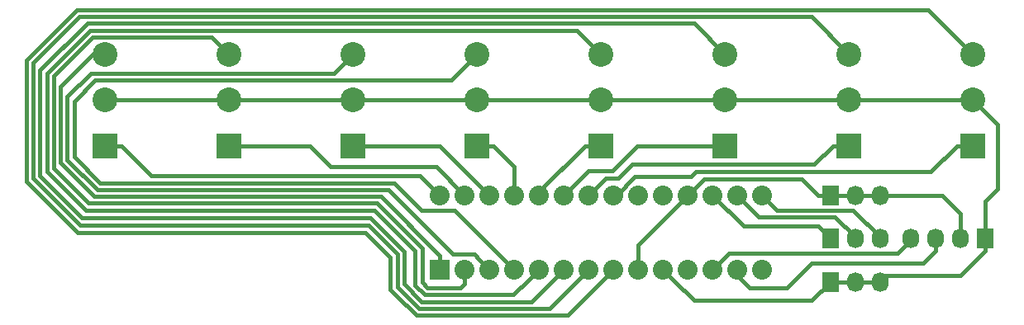
<source format=gbr>
G04 #@! TF.FileFunction,Copper,L2,Bot,Signal*
%FSLAX46Y46*%
G04 Gerber Fmt 4.6, Leading zero omitted, Abs format (unit mm)*
G04 Created by KiCad (PCBNEW 4.0.2-stable) date Friday, 12 August 2016 'pmt' 16:38:06*
%MOMM*%
G01*
G04 APERTURE LIST*
%ADD10C,0.100000*%
%ADD11R,1.727200X2.032000*%
%ADD12O,1.727200X2.032000*%
%ADD13R,2.032000X2.032000*%
%ADD14C,2.032000*%
%ADD15R,2.540000X2.540000*%
%ADD16C,2.540000*%
%ADD17C,0.400000*%
G04 APERTURE END LIST*
D10*
D11*
X213995000Y-91440000D03*
D12*
X216535000Y-91440000D03*
X219075000Y-91440000D03*
D11*
X213995000Y-95885000D03*
D12*
X216535000Y-95885000D03*
X219075000Y-95885000D03*
D11*
X213995000Y-86995000D03*
D12*
X216535000Y-86995000D03*
X219075000Y-86995000D03*
D13*
X173990000Y-94615000D03*
D14*
X176530000Y-94615000D03*
X179070000Y-94615000D03*
X181610000Y-94615000D03*
X184150000Y-94615000D03*
X186690000Y-94615000D03*
X189230000Y-94615000D03*
X191770000Y-94615000D03*
X194310000Y-94615000D03*
X196850000Y-94615000D03*
X199390000Y-94615000D03*
X201930000Y-94615000D03*
X204470000Y-94615000D03*
X207010000Y-94615000D03*
X207010000Y-86995000D03*
X204470000Y-86995000D03*
X201930000Y-86995000D03*
X199390000Y-86995000D03*
X196850000Y-86995000D03*
X194310000Y-86995000D03*
X191770000Y-86995000D03*
X189230000Y-86995000D03*
X186690000Y-86995000D03*
X184150000Y-86995000D03*
X181610000Y-86995000D03*
X179070000Y-86995000D03*
X176530000Y-86995000D03*
X173990000Y-86995000D03*
D15*
X139700000Y-81915000D03*
D16*
X139700000Y-77216000D03*
X139700000Y-72517000D03*
D15*
X165100000Y-81915000D03*
D16*
X165100000Y-77216000D03*
X165100000Y-72517000D03*
D15*
X177800000Y-81915000D03*
D16*
X177800000Y-77216000D03*
X177800000Y-72517000D03*
D15*
X190500000Y-81915000D03*
D16*
X190500000Y-77216000D03*
X190500000Y-72517000D03*
D15*
X203200000Y-81915000D03*
D16*
X203200000Y-77216000D03*
X203200000Y-72517000D03*
D15*
X215900000Y-81915000D03*
D16*
X215900000Y-77216000D03*
X215900000Y-72517000D03*
D15*
X228600000Y-81915000D03*
D16*
X228600000Y-77216000D03*
X228600000Y-72517000D03*
D15*
X152400000Y-81915000D03*
D16*
X152400000Y-77216000D03*
X152400000Y-72517000D03*
D11*
X229870000Y-91440000D03*
D12*
X227330000Y-91440000D03*
X224790000Y-91440000D03*
X222250000Y-91440000D03*
D17*
X219075000Y-95885000D02*
X219710000Y-95250000D01*
X229870000Y-92710000D02*
X229870000Y-91440000D01*
X219710000Y-95250000D02*
X227330000Y-95250000D01*
X227330000Y-95250000D02*
X229870000Y-92710000D01*
X213995000Y-95885000D02*
X212090000Y-97790000D01*
X212090000Y-97790000D02*
X200025000Y-97790000D01*
X200025000Y-97790000D02*
X197865999Y-95630999D01*
X197865999Y-95630999D02*
X196850000Y-94615000D01*
X231140000Y-79756000D02*
X231140000Y-86360000D01*
X231140000Y-86360000D02*
X231140000Y-86366400D01*
X229870000Y-91440000D02*
X229870000Y-87630000D01*
X229870000Y-87630000D02*
X231140000Y-86360000D01*
X213995000Y-95885000D02*
X216535000Y-95885000D01*
X219075000Y-95885000D02*
X216535000Y-95885000D01*
X231140000Y-79756000D02*
X228600000Y-77216000D01*
X215900000Y-77216000D02*
X228600000Y-77216000D01*
X203200000Y-77216000D02*
X215900000Y-77216000D01*
X190500000Y-77216000D02*
X203200000Y-77216000D01*
X190500000Y-77216000D02*
X177800000Y-77216000D01*
X165100000Y-77216000D02*
X177800000Y-77216000D01*
X152400000Y-77216000D02*
X165100000Y-77216000D01*
X139700000Y-77216000D02*
X152400000Y-77216000D01*
X222250000Y-91440000D02*
X222250000Y-91592400D01*
X222250000Y-91592400D02*
X220886399Y-92956001D01*
X220886399Y-92956001D02*
X203588999Y-92956001D01*
X203588999Y-92956001D02*
X202945999Y-93599001D01*
X202945999Y-93599001D02*
X201930000Y-94615000D01*
X199390000Y-86995000D02*
X201041000Y-85344000D01*
X201041000Y-85344000D02*
X211080400Y-85344000D01*
X211080400Y-85344000D02*
X212731400Y-86995000D01*
X212731400Y-86995000D02*
X213995000Y-86995000D01*
X227330000Y-88900000D02*
X227330000Y-91440000D01*
X219075000Y-86995000D02*
X225425000Y-86995000D01*
X225425000Y-86995000D02*
X227330000Y-88900000D01*
X216535000Y-86995000D02*
X219075000Y-86995000D01*
X213995000Y-86995000D02*
X216535000Y-86995000D01*
X194310000Y-94615000D02*
X194310000Y-92075000D01*
X194310000Y-92075000D02*
X199390000Y-86995000D01*
X205740000Y-96520000D02*
X209550000Y-96520000D01*
X204470000Y-94615000D02*
X204470000Y-95250000D01*
X205740000Y-96520000D02*
X204470000Y-95250000D01*
X209550000Y-96520000D02*
X212090000Y-93980000D01*
X212090000Y-93980000D02*
X223520000Y-93980000D01*
X223520000Y-93980000D02*
X224790000Y-92710000D01*
X224790000Y-92710000D02*
X224790000Y-91440000D01*
X201930000Y-86995000D02*
X205105000Y-90170000D01*
X205105000Y-90170000D02*
X212725000Y-90170000D01*
X212725000Y-90170000D02*
X213995000Y-91440000D01*
X205485999Y-88010999D02*
X204470000Y-86995000D01*
X216535000Y-91287600D02*
X214458412Y-89211012D01*
X214458412Y-89211012D02*
X206686012Y-89211012D01*
X216535000Y-91440000D02*
X216535000Y-91287600D01*
X206686012Y-89211012D02*
X205485999Y-88010999D01*
X207010000Y-86995000D02*
X208526001Y-88511001D01*
X208526001Y-88511001D02*
X216298401Y-88511001D01*
X216298401Y-88511001D02*
X219075000Y-91287600D01*
X219075000Y-91287600D02*
X219075000Y-91440000D01*
X139700000Y-81915000D02*
X141370000Y-81915000D01*
X141370000Y-81915000D02*
X144418000Y-84963000D01*
X171958000Y-84963000D02*
X172212000Y-85217000D01*
X144418000Y-84963000D02*
X171958000Y-84963000D01*
X172212000Y-85217000D02*
X173990000Y-86995000D01*
X139700000Y-72517000D02*
X138430000Y-72517000D01*
X138430000Y-72517000D02*
X135124978Y-75822022D01*
X135124978Y-75822022D02*
X135124978Y-83637908D01*
X167916022Y-87125022D02*
X173990000Y-93199000D01*
X135124978Y-83637908D02*
X138612092Y-87125022D01*
X138612092Y-87125022D02*
X167916022Y-87125022D01*
X173990000Y-93199000D02*
X173990000Y-94615000D01*
X173990000Y-93980000D02*
X173990000Y-94615000D01*
X152400000Y-81915000D02*
X160655000Y-81915000D01*
X162814000Y-84074000D02*
X173609000Y-84074000D01*
X160655000Y-81915000D02*
X162814000Y-84074000D01*
X173609000Y-84074000D02*
X176530000Y-86995000D01*
X172150011Y-95950011D02*
X172720000Y-96520000D01*
X137990033Y-87825033D02*
X167554998Y-87825033D01*
X138448038Y-70746999D02*
X134424969Y-74770068D01*
X134424969Y-74770068D02*
X134424969Y-84259969D01*
X134424969Y-84259969D02*
X137990033Y-87825033D01*
X176530000Y-96051840D02*
X176530000Y-94615000D01*
X167554998Y-87825033D02*
X172150011Y-92420046D01*
X176061840Y-96520000D02*
X176530000Y-96051840D01*
X172720000Y-96520000D02*
X176061840Y-96520000D01*
X172150011Y-92420046D02*
X172150011Y-95950011D01*
X150629999Y-70746999D02*
X138448038Y-70746999D01*
X152400000Y-72517000D02*
X150629999Y-70746999D01*
X165100000Y-81915000D02*
X173990000Y-81915000D01*
X173990000Y-81915000D02*
X179070000Y-86995000D01*
X177510046Y-93055046D02*
X178054001Y-93599001D01*
X138902046Y-86425011D02*
X168694975Y-86425011D01*
X135824989Y-83347954D02*
X138902046Y-86425011D01*
X135824989Y-76900011D02*
X135824989Y-83347954D01*
X138241011Y-74483989D02*
X135824989Y-76900011D01*
X163133011Y-74483989D02*
X138241011Y-74483989D01*
X168694975Y-86425011D02*
X175325010Y-93055046D01*
X165100000Y-72517000D02*
X163133011Y-74483989D01*
X178054001Y-93599001D02*
X179070000Y-94615000D01*
X175325010Y-93055046D02*
X177510046Y-93055046D01*
X177800000Y-81915000D02*
X179470000Y-81915000D01*
X179470000Y-81915000D02*
X181610000Y-84055000D01*
X181610000Y-84055000D02*
X181610000Y-85558160D01*
X181610000Y-85558160D02*
X181610000Y-86995000D01*
X139192000Y-85725000D02*
X136525000Y-83058000D01*
X172077001Y-88511001D02*
X169291000Y-85725000D01*
X176530001Y-73786999D02*
X177800000Y-72517000D01*
X136525000Y-83058000D02*
X136525000Y-77343000D01*
X136525000Y-77343000D02*
X138684000Y-75184000D01*
X181610000Y-94615000D02*
X175506001Y-88511001D01*
X175506001Y-88511001D02*
X172077001Y-88511001D01*
X169291000Y-85725000D02*
X139192000Y-85725000D01*
X138684000Y-75184000D02*
X175133000Y-75184000D01*
X175133000Y-75184000D02*
X176530001Y-73786999D01*
X190500000Y-81915000D02*
X188830000Y-81915000D01*
X188830000Y-81915000D02*
X184150000Y-86595000D01*
X184150000Y-86595000D02*
X184150000Y-86995000D01*
X181544989Y-97220011D02*
X183134001Y-95630999D01*
X172430046Y-97220011D02*
X181544989Y-97220011D01*
X171450000Y-96239965D02*
X172430046Y-97220011D01*
X171450000Y-92710000D02*
X171450000Y-96239965D01*
X167265044Y-88525044D02*
X171450000Y-92710000D01*
X183134001Y-95630999D02*
X184150000Y-94615000D01*
X137700079Y-88525044D02*
X167265044Y-88525044D01*
X190500000Y-72517000D02*
X188029991Y-70046991D01*
X138158081Y-70046991D02*
X133724958Y-74480114D01*
X188029991Y-70046991D02*
X138158081Y-70046991D01*
X133724958Y-84549923D02*
X137700079Y-88525044D01*
X133724958Y-74480114D02*
X133724958Y-84549923D01*
X186690000Y-86995000D02*
X189230000Y-84455000D01*
X189230000Y-84455000D02*
X191643000Y-84455000D01*
X191643000Y-84455000D02*
X194183000Y-81915000D01*
X194183000Y-81915000D02*
X201530000Y-81915000D01*
X201530000Y-81915000D02*
X203200000Y-81915000D01*
X203200000Y-72517000D02*
X200029980Y-69346980D01*
X172140092Y-97920022D02*
X183384978Y-97920022D01*
X200029980Y-69346980D02*
X137868127Y-69346980D01*
X137868127Y-69346980D02*
X133024947Y-74190160D01*
X133024947Y-74190160D02*
X133024947Y-84989735D01*
X170310021Y-96089951D02*
X172140092Y-97920022D01*
X133024947Y-84989735D02*
X137316212Y-89281000D01*
X137316212Y-89281000D02*
X166825929Y-89281000D01*
X166825929Y-89281000D02*
X170310021Y-92765092D01*
X185674001Y-95630999D02*
X186690000Y-94615000D01*
X170310021Y-92765092D02*
X170310021Y-96089951D01*
X183384978Y-97920022D02*
X185674001Y-95630999D01*
X189230000Y-86995000D02*
X191008000Y-85217000D01*
X191008000Y-85217000D02*
X192278000Y-85217000D01*
X214230000Y-81915000D02*
X215900000Y-81915000D01*
X192278000Y-85217000D02*
X193675000Y-83820000D01*
X193675000Y-83820000D02*
X212325000Y-83820000D01*
X212325000Y-83820000D02*
X214230000Y-81915000D01*
X169610010Y-93055046D02*
X169610010Y-96379904D01*
X169610010Y-96379904D02*
X171850139Y-98620033D01*
X188214001Y-95630999D02*
X189230000Y-94615000D01*
X185224967Y-98620033D02*
X188214001Y-95630999D01*
X171850139Y-98620033D02*
X185224967Y-98620033D01*
X137150236Y-90104989D02*
X166659954Y-90104989D01*
X137093031Y-68646969D02*
X132324934Y-73415066D01*
X132324934Y-73415066D02*
X132324934Y-85279687D01*
X212029969Y-68646969D02*
X137093031Y-68646969D01*
X215900000Y-72517000D02*
X212029969Y-68646969D01*
X166659954Y-90104989D02*
X169610010Y-93055046D01*
X132324934Y-85279687D02*
X137150236Y-90104989D01*
X228600000Y-81915000D02*
X226930000Y-81915000D01*
X226930000Y-81915000D02*
X224263000Y-84582000D01*
X224263000Y-84582000D02*
X200178035Y-84582000D01*
X200178035Y-84582000D02*
X199670035Y-85090000D01*
X193971318Y-85090000D02*
X192066318Y-86995000D01*
X199670035Y-85090000D02*
X193971318Y-85090000D01*
X192066318Y-86995000D02*
X191770000Y-86995000D01*
X228600000Y-72517000D02*
X224029958Y-67946958D01*
X224029958Y-67946958D02*
X136803077Y-67946958D01*
X131624923Y-85569641D02*
X136860282Y-90805000D01*
X171560176Y-99320037D02*
X187064963Y-99320037D01*
X136803077Y-67946958D02*
X131624923Y-73125112D01*
X131624923Y-73125112D02*
X131624923Y-85569641D01*
X166370000Y-90805000D02*
X168910000Y-93345000D01*
X168910000Y-96669857D02*
X169395139Y-97154995D01*
X136860282Y-90805000D02*
X166370000Y-90805000D01*
X168910000Y-93345000D02*
X168910000Y-96669857D01*
X169395139Y-97154995D02*
X169395139Y-97155000D01*
X190754001Y-95630999D02*
X191770000Y-94615000D01*
X169395139Y-97155000D02*
X171560176Y-99320037D01*
X187064963Y-99320037D02*
X190754001Y-95630999D01*
M02*

</source>
